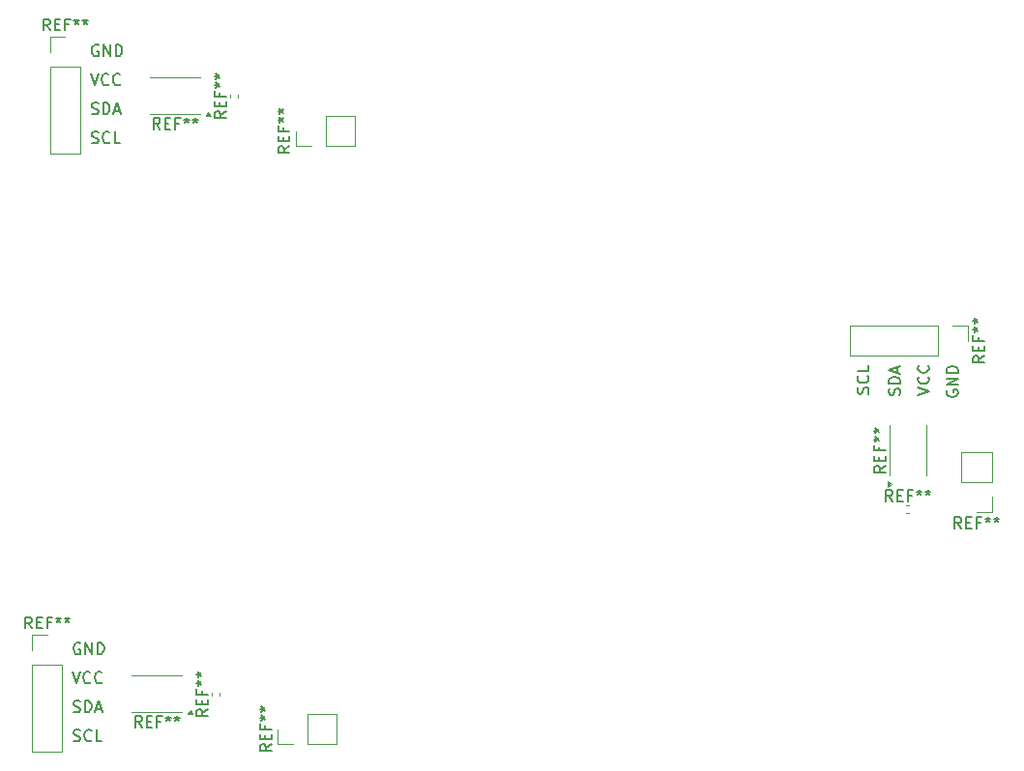
<source format=gbr>
%TF.GenerationSoftware,KiCad,Pcbnew,8.0.9-8.0.9-0~ubuntu22.04.1*%
%TF.CreationDate,2025-03-21T15:12:13+07:00*%
%TF.ProjectId,Rfid_PCB,52666964-5f50-4434-922e-6b696361645f,rev?*%
%TF.SameCoordinates,Original*%
%TF.FileFunction,Legend,Top*%
%TF.FilePolarity,Positive*%
%FSLAX46Y46*%
G04 Gerber Fmt 4.6, Leading zero omitted, Abs format (unit mm)*
G04 Created by KiCad (PCBNEW 8.0.9-8.0.9-0~ubuntu22.04.1) date 2025-03-21 15:12:13*
%MOMM*%
%LPD*%
G01*
G04 APERTURE LIST*
%ADD10C,0.200000*%
%ADD11C,0.150000*%
%ADD12C,0.120000*%
G04 APERTURE END LIST*
D10*
X154197219Y-126073183D02*
X155197219Y-125739850D01*
X155197219Y-125739850D02*
X154197219Y-125406517D01*
X155101980Y-124501755D02*
X155149600Y-124549374D01*
X155149600Y-124549374D02*
X155197219Y-124692231D01*
X155197219Y-124692231D02*
X155197219Y-124787469D01*
X155197219Y-124787469D02*
X155149600Y-124930326D01*
X155149600Y-124930326D02*
X155054361Y-125025564D01*
X155054361Y-125025564D02*
X154959123Y-125073183D01*
X154959123Y-125073183D02*
X154768647Y-125120802D01*
X154768647Y-125120802D02*
X154625790Y-125120802D01*
X154625790Y-125120802D02*
X154435314Y-125073183D01*
X154435314Y-125073183D02*
X154340076Y-125025564D01*
X154340076Y-125025564D02*
X154244838Y-124930326D01*
X154244838Y-124930326D02*
X154197219Y-124787469D01*
X154197219Y-124787469D02*
X154197219Y-124692231D01*
X154197219Y-124692231D02*
X154244838Y-124549374D01*
X154244838Y-124549374D02*
X154292457Y-124501755D01*
X155101980Y-123501755D02*
X155149600Y-123549374D01*
X155149600Y-123549374D02*
X155197219Y-123692231D01*
X155197219Y-123692231D02*
X155197219Y-123787469D01*
X155197219Y-123787469D02*
X155149600Y-123930326D01*
X155149600Y-123930326D02*
X155054361Y-124025564D01*
X155054361Y-124025564D02*
X154959123Y-124073183D01*
X154959123Y-124073183D02*
X154768647Y-124120802D01*
X154768647Y-124120802D02*
X154625790Y-124120802D01*
X154625790Y-124120802D02*
X154435314Y-124073183D01*
X154435314Y-124073183D02*
X154340076Y-124025564D01*
X154340076Y-124025564D02*
X154244838Y-123930326D01*
X154244838Y-123930326D02*
X154197219Y-123787469D01*
X154197219Y-123787469D02*
X154197219Y-123692231D01*
X154197219Y-123692231D02*
X154244838Y-123549374D01*
X154244838Y-123549374D02*
X154292457Y-123501755D01*
X156774838Y-125676517D02*
X156727219Y-125771755D01*
X156727219Y-125771755D02*
X156727219Y-125914612D01*
X156727219Y-125914612D02*
X156774838Y-126057469D01*
X156774838Y-126057469D02*
X156870076Y-126152707D01*
X156870076Y-126152707D02*
X156965314Y-126200326D01*
X156965314Y-126200326D02*
X157155790Y-126247945D01*
X157155790Y-126247945D02*
X157298647Y-126247945D01*
X157298647Y-126247945D02*
X157489123Y-126200326D01*
X157489123Y-126200326D02*
X157584361Y-126152707D01*
X157584361Y-126152707D02*
X157679600Y-126057469D01*
X157679600Y-126057469D02*
X157727219Y-125914612D01*
X157727219Y-125914612D02*
X157727219Y-125819374D01*
X157727219Y-125819374D02*
X157679600Y-125676517D01*
X157679600Y-125676517D02*
X157631980Y-125628898D01*
X157631980Y-125628898D02*
X157298647Y-125628898D01*
X157298647Y-125628898D02*
X157298647Y-125819374D01*
X157727219Y-125200326D02*
X156727219Y-125200326D01*
X156727219Y-125200326D02*
X157727219Y-124628898D01*
X157727219Y-124628898D02*
X156727219Y-124628898D01*
X157727219Y-124152707D02*
X156727219Y-124152707D01*
X156727219Y-124152707D02*
X156727219Y-123914612D01*
X156727219Y-123914612D02*
X156774838Y-123771755D01*
X156774838Y-123771755D02*
X156870076Y-123676517D01*
X156870076Y-123676517D02*
X156965314Y-123628898D01*
X156965314Y-123628898D02*
X157155790Y-123581279D01*
X157155790Y-123581279D02*
X157298647Y-123581279D01*
X157298647Y-123581279D02*
X157489123Y-123628898D01*
X157489123Y-123628898D02*
X157584361Y-123676517D01*
X157584361Y-123676517D02*
X157679600Y-123771755D01*
X157679600Y-123771755D02*
X157727219Y-123914612D01*
X157727219Y-123914612D02*
X157727219Y-124152707D01*
X152629600Y-126067945D02*
X152677219Y-125925088D01*
X152677219Y-125925088D02*
X152677219Y-125686993D01*
X152677219Y-125686993D02*
X152629600Y-125591755D01*
X152629600Y-125591755D02*
X152581980Y-125544136D01*
X152581980Y-125544136D02*
X152486742Y-125496517D01*
X152486742Y-125496517D02*
X152391504Y-125496517D01*
X152391504Y-125496517D02*
X152296266Y-125544136D01*
X152296266Y-125544136D02*
X152248647Y-125591755D01*
X152248647Y-125591755D02*
X152201028Y-125686993D01*
X152201028Y-125686993D02*
X152153409Y-125877469D01*
X152153409Y-125877469D02*
X152105790Y-125972707D01*
X152105790Y-125972707D02*
X152058171Y-126020326D01*
X152058171Y-126020326D02*
X151962933Y-126067945D01*
X151962933Y-126067945D02*
X151867695Y-126067945D01*
X151867695Y-126067945D02*
X151772457Y-126020326D01*
X151772457Y-126020326D02*
X151724838Y-125972707D01*
X151724838Y-125972707D02*
X151677219Y-125877469D01*
X151677219Y-125877469D02*
X151677219Y-125639374D01*
X151677219Y-125639374D02*
X151724838Y-125496517D01*
X152677219Y-125067945D02*
X151677219Y-125067945D01*
X151677219Y-125067945D02*
X151677219Y-124829850D01*
X151677219Y-124829850D02*
X151724838Y-124686993D01*
X151724838Y-124686993D02*
X151820076Y-124591755D01*
X151820076Y-124591755D02*
X151915314Y-124544136D01*
X151915314Y-124544136D02*
X152105790Y-124496517D01*
X152105790Y-124496517D02*
X152248647Y-124496517D01*
X152248647Y-124496517D02*
X152439123Y-124544136D01*
X152439123Y-124544136D02*
X152534361Y-124591755D01*
X152534361Y-124591755D02*
X152629600Y-124686993D01*
X152629600Y-124686993D02*
X152677219Y-124829850D01*
X152677219Y-124829850D02*
X152677219Y-125067945D01*
X152391504Y-124115564D02*
X152391504Y-123639374D01*
X152677219Y-124210802D02*
X151677219Y-123877469D01*
X151677219Y-123877469D02*
X152677219Y-123544136D01*
X149859600Y-125977945D02*
X149907219Y-125835088D01*
X149907219Y-125835088D02*
X149907219Y-125596993D01*
X149907219Y-125596993D02*
X149859600Y-125501755D01*
X149859600Y-125501755D02*
X149811980Y-125454136D01*
X149811980Y-125454136D02*
X149716742Y-125406517D01*
X149716742Y-125406517D02*
X149621504Y-125406517D01*
X149621504Y-125406517D02*
X149526266Y-125454136D01*
X149526266Y-125454136D02*
X149478647Y-125501755D01*
X149478647Y-125501755D02*
X149431028Y-125596993D01*
X149431028Y-125596993D02*
X149383409Y-125787469D01*
X149383409Y-125787469D02*
X149335790Y-125882707D01*
X149335790Y-125882707D02*
X149288171Y-125930326D01*
X149288171Y-125930326D02*
X149192933Y-125977945D01*
X149192933Y-125977945D02*
X149097695Y-125977945D01*
X149097695Y-125977945D02*
X149002457Y-125930326D01*
X149002457Y-125930326D02*
X148954838Y-125882707D01*
X148954838Y-125882707D02*
X148907219Y-125787469D01*
X148907219Y-125787469D02*
X148907219Y-125549374D01*
X148907219Y-125549374D02*
X148954838Y-125406517D01*
X149811980Y-124406517D02*
X149859600Y-124454136D01*
X149859600Y-124454136D02*
X149907219Y-124596993D01*
X149907219Y-124596993D02*
X149907219Y-124692231D01*
X149907219Y-124692231D02*
X149859600Y-124835088D01*
X149859600Y-124835088D02*
X149764361Y-124930326D01*
X149764361Y-124930326D02*
X149669123Y-124977945D01*
X149669123Y-124977945D02*
X149478647Y-125025564D01*
X149478647Y-125025564D02*
X149335790Y-125025564D01*
X149335790Y-125025564D02*
X149145314Y-124977945D01*
X149145314Y-124977945D02*
X149050076Y-124930326D01*
X149050076Y-124930326D02*
X148954838Y-124835088D01*
X148954838Y-124835088D02*
X148907219Y-124692231D01*
X148907219Y-124692231D02*
X148907219Y-124596993D01*
X148907219Y-124596993D02*
X148954838Y-124454136D01*
X148954838Y-124454136D02*
X149002457Y-124406517D01*
X149907219Y-123501755D02*
X149907219Y-123977945D01*
X149907219Y-123977945D02*
X148907219Y-123977945D01*
X80191816Y-150347219D02*
X80525149Y-151347219D01*
X80525149Y-151347219D02*
X80858482Y-150347219D01*
X81763244Y-151251980D02*
X81715625Y-151299600D01*
X81715625Y-151299600D02*
X81572768Y-151347219D01*
X81572768Y-151347219D02*
X81477530Y-151347219D01*
X81477530Y-151347219D02*
X81334673Y-151299600D01*
X81334673Y-151299600D02*
X81239435Y-151204361D01*
X81239435Y-151204361D02*
X81191816Y-151109123D01*
X81191816Y-151109123D02*
X81144197Y-150918647D01*
X81144197Y-150918647D02*
X81144197Y-150775790D01*
X81144197Y-150775790D02*
X81191816Y-150585314D01*
X81191816Y-150585314D02*
X81239435Y-150490076D01*
X81239435Y-150490076D02*
X81334673Y-150394838D01*
X81334673Y-150394838D02*
X81477530Y-150347219D01*
X81477530Y-150347219D02*
X81572768Y-150347219D01*
X81572768Y-150347219D02*
X81715625Y-150394838D01*
X81715625Y-150394838D02*
X81763244Y-150442457D01*
X82763244Y-151251980D02*
X82715625Y-151299600D01*
X82715625Y-151299600D02*
X82572768Y-151347219D01*
X82572768Y-151347219D02*
X82477530Y-151347219D01*
X82477530Y-151347219D02*
X82334673Y-151299600D01*
X82334673Y-151299600D02*
X82239435Y-151204361D01*
X82239435Y-151204361D02*
X82191816Y-151109123D01*
X82191816Y-151109123D02*
X82144197Y-150918647D01*
X82144197Y-150918647D02*
X82144197Y-150775790D01*
X82144197Y-150775790D02*
X82191816Y-150585314D01*
X82191816Y-150585314D02*
X82239435Y-150490076D01*
X82239435Y-150490076D02*
X82334673Y-150394838D01*
X82334673Y-150394838D02*
X82477530Y-150347219D01*
X82477530Y-150347219D02*
X82572768Y-150347219D01*
X82572768Y-150347219D02*
X82715625Y-150394838D01*
X82715625Y-150394838D02*
X82763244Y-150442457D01*
X80858482Y-147854838D02*
X80763244Y-147807219D01*
X80763244Y-147807219D02*
X80620387Y-147807219D01*
X80620387Y-147807219D02*
X80477530Y-147854838D01*
X80477530Y-147854838D02*
X80382292Y-147950076D01*
X80382292Y-147950076D02*
X80334673Y-148045314D01*
X80334673Y-148045314D02*
X80287054Y-148235790D01*
X80287054Y-148235790D02*
X80287054Y-148378647D01*
X80287054Y-148378647D02*
X80334673Y-148569123D01*
X80334673Y-148569123D02*
X80382292Y-148664361D01*
X80382292Y-148664361D02*
X80477530Y-148759600D01*
X80477530Y-148759600D02*
X80620387Y-148807219D01*
X80620387Y-148807219D02*
X80715625Y-148807219D01*
X80715625Y-148807219D02*
X80858482Y-148759600D01*
X80858482Y-148759600D02*
X80906101Y-148711980D01*
X80906101Y-148711980D02*
X80906101Y-148378647D01*
X80906101Y-148378647D02*
X80715625Y-148378647D01*
X81334673Y-148807219D02*
X81334673Y-147807219D01*
X81334673Y-147807219D02*
X81906101Y-148807219D01*
X81906101Y-148807219D02*
X81906101Y-147807219D01*
X82382292Y-148807219D02*
X82382292Y-147807219D01*
X82382292Y-147807219D02*
X82620387Y-147807219D01*
X82620387Y-147807219D02*
X82763244Y-147854838D01*
X82763244Y-147854838D02*
X82858482Y-147950076D01*
X82858482Y-147950076D02*
X82906101Y-148045314D01*
X82906101Y-148045314D02*
X82953720Y-148235790D01*
X82953720Y-148235790D02*
X82953720Y-148378647D01*
X82953720Y-148378647D02*
X82906101Y-148569123D01*
X82906101Y-148569123D02*
X82858482Y-148664361D01*
X82858482Y-148664361D02*
X82763244Y-148759600D01*
X82763244Y-148759600D02*
X82620387Y-148807219D01*
X82620387Y-148807219D02*
X82382292Y-148807219D01*
X80287054Y-153839600D02*
X80429911Y-153887219D01*
X80429911Y-153887219D02*
X80668006Y-153887219D01*
X80668006Y-153887219D02*
X80763244Y-153839600D01*
X80763244Y-153839600D02*
X80810863Y-153791980D01*
X80810863Y-153791980D02*
X80858482Y-153696742D01*
X80858482Y-153696742D02*
X80858482Y-153601504D01*
X80858482Y-153601504D02*
X80810863Y-153506266D01*
X80810863Y-153506266D02*
X80763244Y-153458647D01*
X80763244Y-153458647D02*
X80668006Y-153411028D01*
X80668006Y-153411028D02*
X80477530Y-153363409D01*
X80477530Y-153363409D02*
X80382292Y-153315790D01*
X80382292Y-153315790D02*
X80334673Y-153268171D01*
X80334673Y-153268171D02*
X80287054Y-153172933D01*
X80287054Y-153172933D02*
X80287054Y-153077695D01*
X80287054Y-153077695D02*
X80334673Y-152982457D01*
X80334673Y-152982457D02*
X80382292Y-152934838D01*
X80382292Y-152934838D02*
X80477530Y-152887219D01*
X80477530Y-152887219D02*
X80715625Y-152887219D01*
X80715625Y-152887219D02*
X80858482Y-152934838D01*
X81287054Y-153887219D02*
X81287054Y-152887219D01*
X81287054Y-152887219D02*
X81525149Y-152887219D01*
X81525149Y-152887219D02*
X81668006Y-152934838D01*
X81668006Y-152934838D02*
X81763244Y-153030076D01*
X81763244Y-153030076D02*
X81810863Y-153125314D01*
X81810863Y-153125314D02*
X81858482Y-153315790D01*
X81858482Y-153315790D02*
X81858482Y-153458647D01*
X81858482Y-153458647D02*
X81810863Y-153649123D01*
X81810863Y-153649123D02*
X81763244Y-153744361D01*
X81763244Y-153744361D02*
X81668006Y-153839600D01*
X81668006Y-153839600D02*
X81525149Y-153887219D01*
X81525149Y-153887219D02*
X81287054Y-153887219D01*
X82239435Y-153601504D02*
X82715625Y-153601504D01*
X82144197Y-153887219D02*
X82477530Y-152887219D01*
X82477530Y-152887219D02*
X82810863Y-153887219D01*
X80287054Y-156379600D02*
X80429911Y-156427219D01*
X80429911Y-156427219D02*
X80668006Y-156427219D01*
X80668006Y-156427219D02*
X80763244Y-156379600D01*
X80763244Y-156379600D02*
X80810863Y-156331980D01*
X80810863Y-156331980D02*
X80858482Y-156236742D01*
X80858482Y-156236742D02*
X80858482Y-156141504D01*
X80858482Y-156141504D02*
X80810863Y-156046266D01*
X80810863Y-156046266D02*
X80763244Y-155998647D01*
X80763244Y-155998647D02*
X80668006Y-155951028D01*
X80668006Y-155951028D02*
X80477530Y-155903409D01*
X80477530Y-155903409D02*
X80382292Y-155855790D01*
X80382292Y-155855790D02*
X80334673Y-155808171D01*
X80334673Y-155808171D02*
X80287054Y-155712933D01*
X80287054Y-155712933D02*
X80287054Y-155617695D01*
X80287054Y-155617695D02*
X80334673Y-155522457D01*
X80334673Y-155522457D02*
X80382292Y-155474838D01*
X80382292Y-155474838D02*
X80477530Y-155427219D01*
X80477530Y-155427219D02*
X80715625Y-155427219D01*
X80715625Y-155427219D02*
X80858482Y-155474838D01*
X81858482Y-156331980D02*
X81810863Y-156379600D01*
X81810863Y-156379600D02*
X81668006Y-156427219D01*
X81668006Y-156427219D02*
X81572768Y-156427219D01*
X81572768Y-156427219D02*
X81429911Y-156379600D01*
X81429911Y-156379600D02*
X81334673Y-156284361D01*
X81334673Y-156284361D02*
X81287054Y-156189123D01*
X81287054Y-156189123D02*
X81239435Y-155998647D01*
X81239435Y-155998647D02*
X81239435Y-155855790D01*
X81239435Y-155855790D02*
X81287054Y-155665314D01*
X81287054Y-155665314D02*
X81334673Y-155570076D01*
X81334673Y-155570076D02*
X81429911Y-155474838D01*
X81429911Y-155474838D02*
X81572768Y-155427219D01*
X81572768Y-155427219D02*
X81668006Y-155427219D01*
X81668006Y-155427219D02*
X81810863Y-155474838D01*
X81810863Y-155474838D02*
X81858482Y-155522457D01*
X82763244Y-156427219D02*
X82287054Y-156427219D01*
X82287054Y-156427219D02*
X82287054Y-155427219D01*
X81882054Y-103969600D02*
X82024911Y-104017219D01*
X82024911Y-104017219D02*
X82263006Y-104017219D01*
X82263006Y-104017219D02*
X82358244Y-103969600D01*
X82358244Y-103969600D02*
X82405863Y-103921980D01*
X82405863Y-103921980D02*
X82453482Y-103826742D01*
X82453482Y-103826742D02*
X82453482Y-103731504D01*
X82453482Y-103731504D02*
X82405863Y-103636266D01*
X82405863Y-103636266D02*
X82358244Y-103588647D01*
X82358244Y-103588647D02*
X82263006Y-103541028D01*
X82263006Y-103541028D02*
X82072530Y-103493409D01*
X82072530Y-103493409D02*
X81977292Y-103445790D01*
X81977292Y-103445790D02*
X81929673Y-103398171D01*
X81929673Y-103398171D02*
X81882054Y-103302933D01*
X81882054Y-103302933D02*
X81882054Y-103207695D01*
X81882054Y-103207695D02*
X81929673Y-103112457D01*
X81929673Y-103112457D02*
X81977292Y-103064838D01*
X81977292Y-103064838D02*
X82072530Y-103017219D01*
X82072530Y-103017219D02*
X82310625Y-103017219D01*
X82310625Y-103017219D02*
X82453482Y-103064838D01*
X83453482Y-103921980D02*
X83405863Y-103969600D01*
X83405863Y-103969600D02*
X83263006Y-104017219D01*
X83263006Y-104017219D02*
X83167768Y-104017219D01*
X83167768Y-104017219D02*
X83024911Y-103969600D01*
X83024911Y-103969600D02*
X82929673Y-103874361D01*
X82929673Y-103874361D02*
X82882054Y-103779123D01*
X82882054Y-103779123D02*
X82834435Y-103588647D01*
X82834435Y-103588647D02*
X82834435Y-103445790D01*
X82834435Y-103445790D02*
X82882054Y-103255314D01*
X82882054Y-103255314D02*
X82929673Y-103160076D01*
X82929673Y-103160076D02*
X83024911Y-103064838D01*
X83024911Y-103064838D02*
X83167768Y-103017219D01*
X83167768Y-103017219D02*
X83263006Y-103017219D01*
X83263006Y-103017219D02*
X83405863Y-103064838D01*
X83405863Y-103064838D02*
X83453482Y-103112457D01*
X84358244Y-104017219D02*
X83882054Y-104017219D01*
X83882054Y-104017219D02*
X83882054Y-103017219D01*
X81882054Y-101429600D02*
X82024911Y-101477219D01*
X82024911Y-101477219D02*
X82263006Y-101477219D01*
X82263006Y-101477219D02*
X82358244Y-101429600D01*
X82358244Y-101429600D02*
X82405863Y-101381980D01*
X82405863Y-101381980D02*
X82453482Y-101286742D01*
X82453482Y-101286742D02*
X82453482Y-101191504D01*
X82453482Y-101191504D02*
X82405863Y-101096266D01*
X82405863Y-101096266D02*
X82358244Y-101048647D01*
X82358244Y-101048647D02*
X82263006Y-101001028D01*
X82263006Y-101001028D02*
X82072530Y-100953409D01*
X82072530Y-100953409D02*
X81977292Y-100905790D01*
X81977292Y-100905790D02*
X81929673Y-100858171D01*
X81929673Y-100858171D02*
X81882054Y-100762933D01*
X81882054Y-100762933D02*
X81882054Y-100667695D01*
X81882054Y-100667695D02*
X81929673Y-100572457D01*
X81929673Y-100572457D02*
X81977292Y-100524838D01*
X81977292Y-100524838D02*
X82072530Y-100477219D01*
X82072530Y-100477219D02*
X82310625Y-100477219D01*
X82310625Y-100477219D02*
X82453482Y-100524838D01*
X82882054Y-101477219D02*
X82882054Y-100477219D01*
X82882054Y-100477219D02*
X83120149Y-100477219D01*
X83120149Y-100477219D02*
X83263006Y-100524838D01*
X83263006Y-100524838D02*
X83358244Y-100620076D01*
X83358244Y-100620076D02*
X83405863Y-100715314D01*
X83405863Y-100715314D02*
X83453482Y-100905790D01*
X83453482Y-100905790D02*
X83453482Y-101048647D01*
X83453482Y-101048647D02*
X83405863Y-101239123D01*
X83405863Y-101239123D02*
X83358244Y-101334361D01*
X83358244Y-101334361D02*
X83263006Y-101429600D01*
X83263006Y-101429600D02*
X83120149Y-101477219D01*
X83120149Y-101477219D02*
X82882054Y-101477219D01*
X83834435Y-101191504D02*
X84310625Y-101191504D01*
X83739197Y-101477219D02*
X84072530Y-100477219D01*
X84072530Y-100477219D02*
X84405863Y-101477219D01*
X81786816Y-97937219D02*
X82120149Y-98937219D01*
X82120149Y-98937219D02*
X82453482Y-97937219D01*
X83358244Y-98841980D02*
X83310625Y-98889600D01*
X83310625Y-98889600D02*
X83167768Y-98937219D01*
X83167768Y-98937219D02*
X83072530Y-98937219D01*
X83072530Y-98937219D02*
X82929673Y-98889600D01*
X82929673Y-98889600D02*
X82834435Y-98794361D01*
X82834435Y-98794361D02*
X82786816Y-98699123D01*
X82786816Y-98699123D02*
X82739197Y-98508647D01*
X82739197Y-98508647D02*
X82739197Y-98365790D01*
X82739197Y-98365790D02*
X82786816Y-98175314D01*
X82786816Y-98175314D02*
X82834435Y-98080076D01*
X82834435Y-98080076D02*
X82929673Y-97984838D01*
X82929673Y-97984838D02*
X83072530Y-97937219D01*
X83072530Y-97937219D02*
X83167768Y-97937219D01*
X83167768Y-97937219D02*
X83310625Y-97984838D01*
X83310625Y-97984838D02*
X83358244Y-98032457D01*
X84358244Y-98841980D02*
X84310625Y-98889600D01*
X84310625Y-98889600D02*
X84167768Y-98937219D01*
X84167768Y-98937219D02*
X84072530Y-98937219D01*
X84072530Y-98937219D02*
X83929673Y-98889600D01*
X83929673Y-98889600D02*
X83834435Y-98794361D01*
X83834435Y-98794361D02*
X83786816Y-98699123D01*
X83786816Y-98699123D02*
X83739197Y-98508647D01*
X83739197Y-98508647D02*
X83739197Y-98365790D01*
X83739197Y-98365790D02*
X83786816Y-98175314D01*
X83786816Y-98175314D02*
X83834435Y-98080076D01*
X83834435Y-98080076D02*
X83929673Y-97984838D01*
X83929673Y-97984838D02*
X84072530Y-97937219D01*
X84072530Y-97937219D02*
X84167768Y-97937219D01*
X84167768Y-97937219D02*
X84310625Y-97984838D01*
X84310625Y-97984838D02*
X84358244Y-98032457D01*
X82453482Y-95444838D02*
X82358244Y-95397219D01*
X82358244Y-95397219D02*
X82215387Y-95397219D01*
X82215387Y-95397219D02*
X82072530Y-95444838D01*
X82072530Y-95444838D02*
X81977292Y-95540076D01*
X81977292Y-95540076D02*
X81929673Y-95635314D01*
X81929673Y-95635314D02*
X81882054Y-95825790D01*
X81882054Y-95825790D02*
X81882054Y-95968647D01*
X81882054Y-95968647D02*
X81929673Y-96159123D01*
X81929673Y-96159123D02*
X81977292Y-96254361D01*
X81977292Y-96254361D02*
X82072530Y-96349600D01*
X82072530Y-96349600D02*
X82215387Y-96397219D01*
X82215387Y-96397219D02*
X82310625Y-96397219D01*
X82310625Y-96397219D02*
X82453482Y-96349600D01*
X82453482Y-96349600D02*
X82501101Y-96301980D01*
X82501101Y-96301980D02*
X82501101Y-95968647D01*
X82501101Y-95968647D02*
X82310625Y-95968647D01*
X82929673Y-96397219D02*
X82929673Y-95397219D01*
X82929673Y-95397219D02*
X83501101Y-96397219D01*
X83501101Y-96397219D02*
X83501101Y-95397219D01*
X83977292Y-96397219D02*
X83977292Y-95397219D01*
X83977292Y-95397219D02*
X84215387Y-95397219D01*
X84215387Y-95397219D02*
X84358244Y-95444838D01*
X84358244Y-95444838D02*
X84453482Y-95540076D01*
X84453482Y-95540076D02*
X84501101Y-95635314D01*
X84501101Y-95635314D02*
X84548720Y-95825790D01*
X84548720Y-95825790D02*
X84548720Y-95968647D01*
X84548720Y-95968647D02*
X84501101Y-96159123D01*
X84501101Y-96159123D02*
X84453482Y-96254361D01*
X84453482Y-96254361D02*
X84358244Y-96349600D01*
X84358244Y-96349600D02*
X84215387Y-96397219D01*
X84215387Y-96397219D02*
X83977292Y-96397219D01*
D11*
X158016666Y-137779819D02*
X157683333Y-137303628D01*
X157445238Y-137779819D02*
X157445238Y-136779819D01*
X157445238Y-136779819D02*
X157826190Y-136779819D01*
X157826190Y-136779819D02*
X157921428Y-136827438D01*
X157921428Y-136827438D02*
X157969047Y-136875057D01*
X157969047Y-136875057D02*
X158016666Y-136970295D01*
X158016666Y-136970295D02*
X158016666Y-137113152D01*
X158016666Y-137113152D02*
X157969047Y-137208390D01*
X157969047Y-137208390D02*
X157921428Y-137256009D01*
X157921428Y-137256009D02*
X157826190Y-137303628D01*
X157826190Y-137303628D02*
X157445238Y-137303628D01*
X158445238Y-137256009D02*
X158778571Y-137256009D01*
X158921428Y-137779819D02*
X158445238Y-137779819D01*
X158445238Y-137779819D02*
X158445238Y-136779819D01*
X158445238Y-136779819D02*
X158921428Y-136779819D01*
X159683333Y-137256009D02*
X159350000Y-137256009D01*
X159350000Y-137779819D02*
X159350000Y-136779819D01*
X159350000Y-136779819D02*
X159826190Y-136779819D01*
X160350000Y-136779819D02*
X160350000Y-137017914D01*
X160111905Y-136922676D02*
X160350000Y-137017914D01*
X160350000Y-137017914D02*
X160588095Y-136922676D01*
X160207143Y-137208390D02*
X160350000Y-137017914D01*
X160350000Y-137017914D02*
X160492857Y-137208390D01*
X161111905Y-136779819D02*
X161111905Y-137017914D01*
X160873810Y-136922676D02*
X161111905Y-137017914D01*
X161111905Y-137017914D02*
X161350000Y-136922676D01*
X160969048Y-137208390D02*
X161111905Y-137017914D01*
X161111905Y-137017914D02*
X161254762Y-137208390D01*
X151364819Y-132303333D02*
X150888628Y-132636666D01*
X151364819Y-132874761D02*
X150364819Y-132874761D01*
X150364819Y-132874761D02*
X150364819Y-132493809D01*
X150364819Y-132493809D02*
X150412438Y-132398571D01*
X150412438Y-132398571D02*
X150460057Y-132350952D01*
X150460057Y-132350952D02*
X150555295Y-132303333D01*
X150555295Y-132303333D02*
X150698152Y-132303333D01*
X150698152Y-132303333D02*
X150793390Y-132350952D01*
X150793390Y-132350952D02*
X150841009Y-132398571D01*
X150841009Y-132398571D02*
X150888628Y-132493809D01*
X150888628Y-132493809D02*
X150888628Y-132874761D01*
X150841009Y-131874761D02*
X150841009Y-131541428D01*
X151364819Y-131398571D02*
X151364819Y-131874761D01*
X151364819Y-131874761D02*
X150364819Y-131874761D01*
X150364819Y-131874761D02*
X150364819Y-131398571D01*
X150841009Y-130636666D02*
X150841009Y-130969999D01*
X151364819Y-130969999D02*
X150364819Y-130969999D01*
X150364819Y-130969999D02*
X150364819Y-130493809D01*
X150364819Y-129969999D02*
X150602914Y-129969999D01*
X150507676Y-130208094D02*
X150602914Y-129969999D01*
X150602914Y-129969999D02*
X150507676Y-129731904D01*
X150793390Y-130112856D02*
X150602914Y-129969999D01*
X150602914Y-129969999D02*
X150793390Y-129827142D01*
X150364819Y-129208094D02*
X150602914Y-129208094D01*
X150507676Y-129446189D02*
X150602914Y-129208094D01*
X150602914Y-129208094D02*
X150507676Y-128969999D01*
X150793390Y-129350951D02*
X150602914Y-129208094D01*
X150602914Y-129208094D02*
X150793390Y-129065237D01*
X151996666Y-135404819D02*
X151663333Y-134928628D01*
X151425238Y-135404819D02*
X151425238Y-134404819D01*
X151425238Y-134404819D02*
X151806190Y-134404819D01*
X151806190Y-134404819D02*
X151901428Y-134452438D01*
X151901428Y-134452438D02*
X151949047Y-134500057D01*
X151949047Y-134500057D02*
X151996666Y-134595295D01*
X151996666Y-134595295D02*
X151996666Y-134738152D01*
X151996666Y-134738152D02*
X151949047Y-134833390D01*
X151949047Y-134833390D02*
X151901428Y-134881009D01*
X151901428Y-134881009D02*
X151806190Y-134928628D01*
X151806190Y-134928628D02*
X151425238Y-134928628D01*
X152425238Y-134881009D02*
X152758571Y-134881009D01*
X152901428Y-135404819D02*
X152425238Y-135404819D01*
X152425238Y-135404819D02*
X152425238Y-134404819D01*
X152425238Y-134404819D02*
X152901428Y-134404819D01*
X153663333Y-134881009D02*
X153330000Y-134881009D01*
X153330000Y-135404819D02*
X153330000Y-134404819D01*
X153330000Y-134404819D02*
X153806190Y-134404819D01*
X154330000Y-134404819D02*
X154330000Y-134642914D01*
X154091905Y-134547676D02*
X154330000Y-134642914D01*
X154330000Y-134642914D02*
X154568095Y-134547676D01*
X154187143Y-134833390D02*
X154330000Y-134642914D01*
X154330000Y-134642914D02*
X154472857Y-134833390D01*
X155091905Y-134404819D02*
X155091905Y-134642914D01*
X154853810Y-134547676D02*
X155091905Y-134642914D01*
X155091905Y-134642914D02*
X155330000Y-134547676D01*
X154949048Y-134833390D02*
X155091905Y-134642914D01*
X155091905Y-134642914D02*
X155234762Y-134833390D01*
X160024819Y-122673333D02*
X159548628Y-123006666D01*
X160024819Y-123244761D02*
X159024819Y-123244761D01*
X159024819Y-123244761D02*
X159024819Y-122863809D01*
X159024819Y-122863809D02*
X159072438Y-122768571D01*
X159072438Y-122768571D02*
X159120057Y-122720952D01*
X159120057Y-122720952D02*
X159215295Y-122673333D01*
X159215295Y-122673333D02*
X159358152Y-122673333D01*
X159358152Y-122673333D02*
X159453390Y-122720952D01*
X159453390Y-122720952D02*
X159501009Y-122768571D01*
X159501009Y-122768571D02*
X159548628Y-122863809D01*
X159548628Y-122863809D02*
X159548628Y-123244761D01*
X159501009Y-122244761D02*
X159501009Y-121911428D01*
X160024819Y-121768571D02*
X160024819Y-122244761D01*
X160024819Y-122244761D02*
X159024819Y-122244761D01*
X159024819Y-122244761D02*
X159024819Y-121768571D01*
X159501009Y-121006666D02*
X159501009Y-121339999D01*
X160024819Y-121339999D02*
X159024819Y-121339999D01*
X159024819Y-121339999D02*
X159024819Y-120863809D01*
X159024819Y-120339999D02*
X159262914Y-120339999D01*
X159167676Y-120578094D02*
X159262914Y-120339999D01*
X159262914Y-120339999D02*
X159167676Y-120101904D01*
X159453390Y-120482856D02*
X159262914Y-120339999D01*
X159262914Y-120339999D02*
X159453390Y-120197142D01*
X159024819Y-119578094D02*
X159262914Y-119578094D01*
X159167676Y-119816189D02*
X159262914Y-119578094D01*
X159262914Y-119578094D02*
X159167676Y-119339999D01*
X159453390Y-119720951D02*
X159262914Y-119578094D01*
X159262914Y-119578094D02*
X159453390Y-119435237D01*
X97599819Y-156703333D02*
X97123628Y-157036666D01*
X97599819Y-157274761D02*
X96599819Y-157274761D01*
X96599819Y-157274761D02*
X96599819Y-156893809D01*
X96599819Y-156893809D02*
X96647438Y-156798571D01*
X96647438Y-156798571D02*
X96695057Y-156750952D01*
X96695057Y-156750952D02*
X96790295Y-156703333D01*
X96790295Y-156703333D02*
X96933152Y-156703333D01*
X96933152Y-156703333D02*
X97028390Y-156750952D01*
X97028390Y-156750952D02*
X97076009Y-156798571D01*
X97076009Y-156798571D02*
X97123628Y-156893809D01*
X97123628Y-156893809D02*
X97123628Y-157274761D01*
X97076009Y-156274761D02*
X97076009Y-155941428D01*
X97599819Y-155798571D02*
X97599819Y-156274761D01*
X97599819Y-156274761D02*
X96599819Y-156274761D01*
X96599819Y-156274761D02*
X96599819Y-155798571D01*
X97076009Y-155036666D02*
X97076009Y-155369999D01*
X97599819Y-155369999D02*
X96599819Y-155369999D01*
X96599819Y-155369999D02*
X96599819Y-154893809D01*
X96599819Y-154369999D02*
X96837914Y-154369999D01*
X96742676Y-154608094D02*
X96837914Y-154369999D01*
X96837914Y-154369999D02*
X96742676Y-154131904D01*
X97028390Y-154512856D02*
X96837914Y-154369999D01*
X96837914Y-154369999D02*
X97028390Y-154227142D01*
X96599819Y-153608094D02*
X96837914Y-153608094D01*
X96742676Y-153846189D02*
X96837914Y-153608094D01*
X96837914Y-153608094D02*
X96742676Y-153369999D01*
X97028390Y-153750951D02*
X96837914Y-153608094D01*
X96837914Y-153608094D02*
X97028390Y-153465237D01*
X86261666Y-155204819D02*
X85928333Y-154728628D01*
X85690238Y-155204819D02*
X85690238Y-154204819D01*
X85690238Y-154204819D02*
X86071190Y-154204819D01*
X86071190Y-154204819D02*
X86166428Y-154252438D01*
X86166428Y-154252438D02*
X86214047Y-154300057D01*
X86214047Y-154300057D02*
X86261666Y-154395295D01*
X86261666Y-154395295D02*
X86261666Y-154538152D01*
X86261666Y-154538152D02*
X86214047Y-154633390D01*
X86214047Y-154633390D02*
X86166428Y-154681009D01*
X86166428Y-154681009D02*
X86071190Y-154728628D01*
X86071190Y-154728628D02*
X85690238Y-154728628D01*
X86690238Y-154681009D02*
X87023571Y-154681009D01*
X87166428Y-155204819D02*
X86690238Y-155204819D01*
X86690238Y-155204819D02*
X86690238Y-154204819D01*
X86690238Y-154204819D02*
X87166428Y-154204819D01*
X87928333Y-154681009D02*
X87595000Y-154681009D01*
X87595000Y-155204819D02*
X87595000Y-154204819D01*
X87595000Y-154204819D02*
X88071190Y-154204819D01*
X88595000Y-154204819D02*
X88595000Y-154442914D01*
X88356905Y-154347676D02*
X88595000Y-154442914D01*
X88595000Y-154442914D02*
X88833095Y-154347676D01*
X88452143Y-154633390D02*
X88595000Y-154442914D01*
X88595000Y-154442914D02*
X88737857Y-154633390D01*
X89356905Y-154204819D02*
X89356905Y-154442914D01*
X89118810Y-154347676D02*
X89356905Y-154442914D01*
X89356905Y-154442914D02*
X89595000Y-154347676D01*
X89214048Y-154633390D02*
X89356905Y-154442914D01*
X89356905Y-154442914D02*
X89499762Y-154633390D01*
X92029819Y-153663333D02*
X91553628Y-153996666D01*
X92029819Y-154234761D02*
X91029819Y-154234761D01*
X91029819Y-154234761D02*
X91029819Y-153853809D01*
X91029819Y-153853809D02*
X91077438Y-153758571D01*
X91077438Y-153758571D02*
X91125057Y-153710952D01*
X91125057Y-153710952D02*
X91220295Y-153663333D01*
X91220295Y-153663333D02*
X91363152Y-153663333D01*
X91363152Y-153663333D02*
X91458390Y-153710952D01*
X91458390Y-153710952D02*
X91506009Y-153758571D01*
X91506009Y-153758571D02*
X91553628Y-153853809D01*
X91553628Y-153853809D02*
X91553628Y-154234761D01*
X91506009Y-153234761D02*
X91506009Y-152901428D01*
X92029819Y-152758571D02*
X92029819Y-153234761D01*
X92029819Y-153234761D02*
X91029819Y-153234761D01*
X91029819Y-153234761D02*
X91029819Y-152758571D01*
X91506009Y-151996666D02*
X91506009Y-152329999D01*
X92029819Y-152329999D02*
X91029819Y-152329999D01*
X91029819Y-152329999D02*
X91029819Y-151853809D01*
X91029819Y-151329999D02*
X91267914Y-151329999D01*
X91172676Y-151568094D02*
X91267914Y-151329999D01*
X91267914Y-151329999D02*
X91172676Y-151091904D01*
X91458390Y-151472856D02*
X91267914Y-151329999D01*
X91267914Y-151329999D02*
X91458390Y-151187142D01*
X91029819Y-150568094D02*
X91267914Y-150568094D01*
X91172676Y-150806189D02*
X91267914Y-150568094D01*
X91267914Y-150568094D02*
X91172676Y-150329999D01*
X91458390Y-150710951D02*
X91267914Y-150568094D01*
X91267914Y-150568094D02*
X91458390Y-150425237D01*
X76631666Y-146544819D02*
X76298333Y-146068628D01*
X76060238Y-146544819D02*
X76060238Y-145544819D01*
X76060238Y-145544819D02*
X76441190Y-145544819D01*
X76441190Y-145544819D02*
X76536428Y-145592438D01*
X76536428Y-145592438D02*
X76584047Y-145640057D01*
X76584047Y-145640057D02*
X76631666Y-145735295D01*
X76631666Y-145735295D02*
X76631666Y-145878152D01*
X76631666Y-145878152D02*
X76584047Y-145973390D01*
X76584047Y-145973390D02*
X76536428Y-146021009D01*
X76536428Y-146021009D02*
X76441190Y-146068628D01*
X76441190Y-146068628D02*
X76060238Y-146068628D01*
X77060238Y-146021009D02*
X77393571Y-146021009D01*
X77536428Y-146544819D02*
X77060238Y-146544819D01*
X77060238Y-146544819D02*
X77060238Y-145544819D01*
X77060238Y-145544819D02*
X77536428Y-145544819D01*
X78298333Y-146021009D02*
X77965000Y-146021009D01*
X77965000Y-146544819D02*
X77965000Y-145544819D01*
X77965000Y-145544819D02*
X78441190Y-145544819D01*
X78965000Y-145544819D02*
X78965000Y-145782914D01*
X78726905Y-145687676D02*
X78965000Y-145782914D01*
X78965000Y-145782914D02*
X79203095Y-145687676D01*
X78822143Y-145973390D02*
X78965000Y-145782914D01*
X78965000Y-145782914D02*
X79107857Y-145973390D01*
X79726905Y-145544819D02*
X79726905Y-145782914D01*
X79488810Y-145687676D02*
X79726905Y-145782914D01*
X79726905Y-145782914D02*
X79965000Y-145687676D01*
X79584048Y-145973390D02*
X79726905Y-145782914D01*
X79726905Y-145782914D02*
X79869762Y-145973390D01*
X93624819Y-101253333D02*
X93148628Y-101586666D01*
X93624819Y-101824761D02*
X92624819Y-101824761D01*
X92624819Y-101824761D02*
X92624819Y-101443809D01*
X92624819Y-101443809D02*
X92672438Y-101348571D01*
X92672438Y-101348571D02*
X92720057Y-101300952D01*
X92720057Y-101300952D02*
X92815295Y-101253333D01*
X92815295Y-101253333D02*
X92958152Y-101253333D01*
X92958152Y-101253333D02*
X93053390Y-101300952D01*
X93053390Y-101300952D02*
X93101009Y-101348571D01*
X93101009Y-101348571D02*
X93148628Y-101443809D01*
X93148628Y-101443809D02*
X93148628Y-101824761D01*
X93101009Y-100824761D02*
X93101009Y-100491428D01*
X93624819Y-100348571D02*
X93624819Y-100824761D01*
X93624819Y-100824761D02*
X92624819Y-100824761D01*
X92624819Y-100824761D02*
X92624819Y-100348571D01*
X93101009Y-99586666D02*
X93101009Y-99919999D01*
X93624819Y-99919999D02*
X92624819Y-99919999D01*
X92624819Y-99919999D02*
X92624819Y-99443809D01*
X92624819Y-98919999D02*
X92862914Y-98919999D01*
X92767676Y-99158094D02*
X92862914Y-98919999D01*
X92862914Y-98919999D02*
X92767676Y-98681904D01*
X93053390Y-99062856D02*
X92862914Y-98919999D01*
X92862914Y-98919999D02*
X93053390Y-98777142D01*
X92624819Y-98158094D02*
X92862914Y-98158094D01*
X92767676Y-98396189D02*
X92862914Y-98158094D01*
X92862914Y-98158094D02*
X92767676Y-97919999D01*
X93053390Y-98300951D02*
X92862914Y-98158094D01*
X92862914Y-98158094D02*
X93053390Y-98015237D01*
X99194819Y-104293333D02*
X98718628Y-104626666D01*
X99194819Y-104864761D02*
X98194819Y-104864761D01*
X98194819Y-104864761D02*
X98194819Y-104483809D01*
X98194819Y-104483809D02*
X98242438Y-104388571D01*
X98242438Y-104388571D02*
X98290057Y-104340952D01*
X98290057Y-104340952D02*
X98385295Y-104293333D01*
X98385295Y-104293333D02*
X98528152Y-104293333D01*
X98528152Y-104293333D02*
X98623390Y-104340952D01*
X98623390Y-104340952D02*
X98671009Y-104388571D01*
X98671009Y-104388571D02*
X98718628Y-104483809D01*
X98718628Y-104483809D02*
X98718628Y-104864761D01*
X98671009Y-103864761D02*
X98671009Y-103531428D01*
X99194819Y-103388571D02*
X99194819Y-103864761D01*
X99194819Y-103864761D02*
X98194819Y-103864761D01*
X98194819Y-103864761D02*
X98194819Y-103388571D01*
X98671009Y-102626666D02*
X98671009Y-102959999D01*
X99194819Y-102959999D02*
X98194819Y-102959999D01*
X98194819Y-102959999D02*
X98194819Y-102483809D01*
X98194819Y-101959999D02*
X98432914Y-101959999D01*
X98337676Y-102198094D02*
X98432914Y-101959999D01*
X98432914Y-101959999D02*
X98337676Y-101721904D01*
X98623390Y-102102856D02*
X98432914Y-101959999D01*
X98432914Y-101959999D02*
X98623390Y-101817142D01*
X98194819Y-101198094D02*
X98432914Y-101198094D01*
X98337676Y-101436189D02*
X98432914Y-101198094D01*
X98432914Y-101198094D02*
X98337676Y-100959999D01*
X98623390Y-101340951D02*
X98432914Y-101198094D01*
X98432914Y-101198094D02*
X98623390Y-101055237D01*
X78226666Y-94134819D02*
X77893333Y-93658628D01*
X77655238Y-94134819D02*
X77655238Y-93134819D01*
X77655238Y-93134819D02*
X78036190Y-93134819D01*
X78036190Y-93134819D02*
X78131428Y-93182438D01*
X78131428Y-93182438D02*
X78179047Y-93230057D01*
X78179047Y-93230057D02*
X78226666Y-93325295D01*
X78226666Y-93325295D02*
X78226666Y-93468152D01*
X78226666Y-93468152D02*
X78179047Y-93563390D01*
X78179047Y-93563390D02*
X78131428Y-93611009D01*
X78131428Y-93611009D02*
X78036190Y-93658628D01*
X78036190Y-93658628D02*
X77655238Y-93658628D01*
X78655238Y-93611009D02*
X78988571Y-93611009D01*
X79131428Y-94134819D02*
X78655238Y-94134819D01*
X78655238Y-94134819D02*
X78655238Y-93134819D01*
X78655238Y-93134819D02*
X79131428Y-93134819D01*
X79893333Y-93611009D02*
X79560000Y-93611009D01*
X79560000Y-94134819D02*
X79560000Y-93134819D01*
X79560000Y-93134819D02*
X80036190Y-93134819D01*
X80560000Y-93134819D02*
X80560000Y-93372914D01*
X80321905Y-93277676D02*
X80560000Y-93372914D01*
X80560000Y-93372914D02*
X80798095Y-93277676D01*
X80417143Y-93563390D02*
X80560000Y-93372914D01*
X80560000Y-93372914D02*
X80702857Y-93563390D01*
X81321905Y-93134819D02*
X81321905Y-93372914D01*
X81083810Y-93277676D02*
X81321905Y-93372914D01*
X81321905Y-93372914D02*
X81560000Y-93277676D01*
X81179048Y-93563390D02*
X81321905Y-93372914D01*
X81321905Y-93372914D02*
X81464762Y-93563390D01*
X87856666Y-102794819D02*
X87523333Y-102318628D01*
X87285238Y-102794819D02*
X87285238Y-101794819D01*
X87285238Y-101794819D02*
X87666190Y-101794819D01*
X87666190Y-101794819D02*
X87761428Y-101842438D01*
X87761428Y-101842438D02*
X87809047Y-101890057D01*
X87809047Y-101890057D02*
X87856666Y-101985295D01*
X87856666Y-101985295D02*
X87856666Y-102128152D01*
X87856666Y-102128152D02*
X87809047Y-102223390D01*
X87809047Y-102223390D02*
X87761428Y-102271009D01*
X87761428Y-102271009D02*
X87666190Y-102318628D01*
X87666190Y-102318628D02*
X87285238Y-102318628D01*
X88285238Y-102271009D02*
X88618571Y-102271009D01*
X88761428Y-102794819D02*
X88285238Y-102794819D01*
X88285238Y-102794819D02*
X88285238Y-101794819D01*
X88285238Y-101794819D02*
X88761428Y-101794819D01*
X89523333Y-102271009D02*
X89190000Y-102271009D01*
X89190000Y-102794819D02*
X89190000Y-101794819D01*
X89190000Y-101794819D02*
X89666190Y-101794819D01*
X90190000Y-101794819D02*
X90190000Y-102032914D01*
X89951905Y-101937676D02*
X90190000Y-102032914D01*
X90190000Y-102032914D02*
X90428095Y-101937676D01*
X90047143Y-102223390D02*
X90190000Y-102032914D01*
X90190000Y-102032914D02*
X90332857Y-102223390D01*
X90951905Y-101794819D02*
X90951905Y-102032914D01*
X90713810Y-101937676D02*
X90951905Y-102032914D01*
X90951905Y-102032914D02*
X91190000Y-101937676D01*
X90809048Y-102223390D02*
X90951905Y-102032914D01*
X90951905Y-102032914D02*
X91094762Y-102223390D01*
D12*
%TO.C,REF\u002A\u002A*%
X160680000Y-131125000D02*
X158020000Y-131125000D01*
X160680000Y-133725000D02*
X160680000Y-131125000D01*
X160680000Y-133725000D02*
X158020000Y-133725000D01*
X158020000Y-133725000D02*
X158020000Y-131125000D01*
X160680000Y-134995000D02*
X160680000Y-136325000D01*
X160680000Y-136325000D02*
X159350000Y-136325000D01*
X151925000Y-133870000D02*
X151595000Y-134110000D01*
X151595000Y-133630000D01*
X151925000Y-133870000D01*
G36*
X151925000Y-133870000D02*
G01*
X151595000Y-134110000D01*
X151595000Y-133630000D01*
X151925000Y-133870000D01*
G37*
X151750000Y-130970000D02*
X151750000Y-133170000D01*
X151750000Y-130970000D02*
X151750000Y-128770000D01*
X154970000Y-130970000D02*
X154970000Y-133170000D01*
X154970000Y-130970000D02*
X154970000Y-128770000D01*
X153222164Y-136470000D02*
X153437836Y-136470000D01*
X153222164Y-135750000D02*
X153437836Y-135750000D01*
X155970000Y-122670000D02*
X148290000Y-122670000D01*
X148290000Y-120010000D02*
X148290000Y-122670000D01*
X155970000Y-120010000D02*
X155970000Y-122670000D01*
X155970000Y-120010000D02*
X148290000Y-120010000D01*
X157240000Y-120010000D02*
X158570000Y-120010000D01*
X158570000Y-120010000D02*
X158570000Y-121340000D01*
X103345000Y-156700000D02*
X103345000Y-154040000D01*
X100745000Y-156700000D02*
X103345000Y-156700000D01*
X100745000Y-156700000D02*
X100745000Y-154040000D01*
X100745000Y-154040000D02*
X103345000Y-154040000D01*
X99475000Y-156700000D02*
X98145000Y-156700000D01*
X98145000Y-156700000D02*
X98145000Y-155370000D01*
X90735000Y-154065000D02*
X90255000Y-154065000D01*
X90495000Y-153735000D01*
X90735000Y-154065000D01*
G36*
X90735000Y-154065000D02*
G01*
X90255000Y-154065000D01*
X90495000Y-153735000D01*
X90735000Y-154065000D01*
G37*
X87595000Y-153910000D02*
X89795000Y-153910000D01*
X87595000Y-153910000D02*
X85395000Y-153910000D01*
X87595000Y-150690000D02*
X89795000Y-150690000D01*
X87595000Y-150690000D02*
X85395000Y-150690000D01*
X93095000Y-152437836D02*
X93095000Y-152222164D01*
X92375000Y-152437836D02*
X92375000Y-152222164D01*
X79295000Y-149690000D02*
X79295000Y-157370000D01*
X76635000Y-157370000D02*
X79295000Y-157370000D01*
X76635000Y-149690000D02*
X79295000Y-149690000D01*
X76635000Y-149690000D02*
X76635000Y-157370000D01*
X76635000Y-148420000D02*
X76635000Y-147090000D01*
X76635000Y-147090000D02*
X77965000Y-147090000D01*
X93970000Y-100027836D02*
X93970000Y-99812164D01*
X94690000Y-100027836D02*
X94690000Y-99812164D01*
X99740000Y-104290000D02*
X99740000Y-102960000D01*
X101070000Y-104290000D02*
X99740000Y-104290000D01*
X102340000Y-104290000D02*
X104940000Y-104290000D01*
X102340000Y-104290000D02*
X102340000Y-101630000D01*
X104940000Y-104290000D02*
X104940000Y-101630000D01*
X102340000Y-101630000D02*
X104940000Y-101630000D01*
X78230000Y-94680000D02*
X79560000Y-94680000D01*
X78230000Y-96010000D02*
X78230000Y-94680000D01*
X78230000Y-97280000D02*
X78230000Y-104960000D01*
X78230000Y-97280000D02*
X80890000Y-97280000D01*
X78230000Y-104960000D02*
X80890000Y-104960000D01*
X80890000Y-97280000D02*
X80890000Y-104960000D01*
X89190000Y-101500000D02*
X91390000Y-101500000D01*
X89190000Y-101500000D02*
X86990000Y-101500000D01*
X89190000Y-98280000D02*
X91390000Y-98280000D01*
X89190000Y-98280000D02*
X86990000Y-98280000D01*
X92330000Y-101655000D02*
X91850000Y-101655000D01*
X92090000Y-101325000D01*
X92330000Y-101655000D01*
G36*
X92330000Y-101655000D02*
G01*
X91850000Y-101655000D01*
X92090000Y-101325000D01*
X92330000Y-101655000D01*
G37*
%TD*%
M02*

</source>
